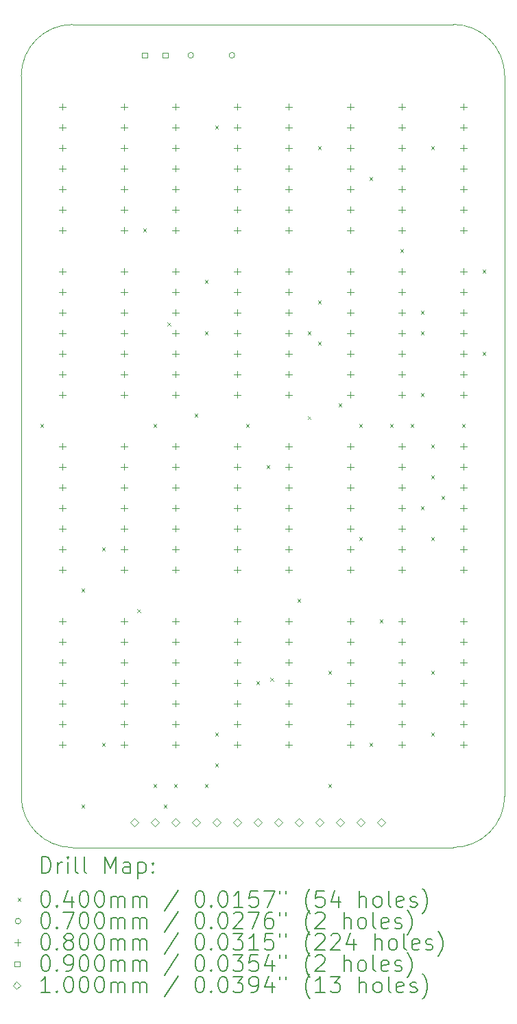
<source format=gbr>
%TF.GenerationSoftware,KiCad,Pcbnew,(6.0.9)*%
%TF.CreationDate,2025-06-18T12:23:47-04:00*%
%TF.ProjectId,Seven Segment Display,53657665-6e20-4536-9567-6d656e742044,2*%
%TF.SameCoordinates,Original*%
%TF.FileFunction,Drillmap*%
%TF.FilePolarity,Positive*%
%FSLAX45Y45*%
G04 Gerber Fmt 4.5, Leading zero omitted, Abs format (unit mm)*
G04 Created by KiCad (PCBNEW (6.0.9)) date 2025-06-18 12:23:47*
%MOMM*%
%LPD*%
G01*
G04 APERTURE LIST*
%ADD10C,0.100000*%
%ADD11C,0.200000*%
%ADD12C,0.040000*%
%ADD13C,0.070000*%
%ADD14C,0.080000*%
%ADD15C,0.090000*%
G04 APERTURE END LIST*
D10*
X10921500Y-3557000D02*
X10921500Y-12447000D01*
X11557000Y-2921000D02*
X16256000Y-2921000D01*
X16256000Y-13080751D02*
X11556500Y-13082000D01*
X16891000Y-3556000D02*
X16890750Y-12447000D01*
X11557000Y-2921000D02*
X11556500Y-2922000D01*
X16891000Y-3556000D02*
G75*
G03*
X16256000Y-2921000I-635000J0D01*
G01*
X11556500Y-2922000D02*
G75*
G03*
X10921500Y-3557000I0J-635000D01*
G01*
X10921500Y-12447000D02*
G75*
G03*
X11556500Y-13082000I635000J0D01*
G01*
X16256000Y-13080751D02*
G75*
G03*
X16890750Y-12447000I0J634751D01*
G01*
D11*
D12*
X11155500Y-7855000D02*
X11195500Y-7895000D01*
X11195500Y-7855000D02*
X11155500Y-7895000D01*
X11663500Y-9887000D02*
X11703500Y-9927000D01*
X11703500Y-9887000D02*
X11663500Y-9927000D01*
X11663500Y-12554000D02*
X11703500Y-12594000D01*
X11703500Y-12554000D02*
X11663500Y-12594000D01*
X11917500Y-9379000D02*
X11957500Y-9419000D01*
X11957500Y-9379000D02*
X11917500Y-9419000D01*
X11917500Y-11792000D02*
X11957500Y-11832000D01*
X11957500Y-11792000D02*
X11917500Y-11832000D01*
X12353050Y-10141000D02*
X12393050Y-10181000D01*
X12393050Y-10141000D02*
X12353050Y-10181000D01*
X12425500Y-5442000D02*
X12465500Y-5482000D01*
X12465500Y-5442000D02*
X12425500Y-5482000D01*
X12552500Y-7855000D02*
X12592500Y-7895000D01*
X12592500Y-7855000D02*
X12552500Y-7895000D01*
X12552500Y-12300000D02*
X12592500Y-12340000D01*
X12592500Y-12300000D02*
X12552500Y-12340000D01*
X12680000Y-12554000D02*
X12720000Y-12594000D01*
X12720000Y-12554000D02*
X12680000Y-12594000D01*
X12725199Y-6598307D02*
X12765199Y-6638307D01*
X12765199Y-6598307D02*
X12725199Y-6638307D01*
X12806500Y-12300000D02*
X12846500Y-12340000D01*
X12846500Y-12300000D02*
X12806500Y-12340000D01*
X13060500Y-7728000D02*
X13100500Y-7768000D01*
X13100500Y-7728000D02*
X13060500Y-7768000D01*
X13187500Y-6077000D02*
X13227500Y-6117000D01*
X13227500Y-6077000D02*
X13187500Y-6117000D01*
X13187500Y-6712000D02*
X13227500Y-6752000D01*
X13227500Y-6712000D02*
X13187500Y-6752000D01*
X13187500Y-12300000D02*
X13227500Y-12340000D01*
X13227500Y-12300000D02*
X13187500Y-12340000D01*
X13314500Y-4172000D02*
X13354500Y-4212000D01*
X13354500Y-4172000D02*
X13314500Y-4212000D01*
X13314500Y-11665000D02*
X13354500Y-11705000D01*
X13354500Y-11665000D02*
X13314500Y-11705000D01*
X13314500Y-12046000D02*
X13354500Y-12086000D01*
X13354500Y-12046000D02*
X13314500Y-12086000D01*
X13695500Y-7855000D02*
X13735500Y-7895000D01*
X13735500Y-7855000D02*
X13695500Y-7895000D01*
X13822500Y-11030000D02*
X13862500Y-11070000D01*
X13862500Y-11030000D02*
X13822500Y-11070000D01*
X13949500Y-8363000D02*
X13989500Y-8403000D01*
X13989500Y-8363000D02*
X13949500Y-8403000D01*
X13994500Y-10985000D02*
X14034500Y-11025000D01*
X14034500Y-10985000D02*
X13994500Y-11025000D01*
X14330500Y-10014000D02*
X14370500Y-10054000D01*
X14370500Y-10014000D02*
X14330500Y-10054000D01*
X14457500Y-6712000D02*
X14497500Y-6752000D01*
X14497500Y-6712000D02*
X14457500Y-6752000D01*
X14457500Y-7755450D02*
X14497500Y-7795450D01*
X14497500Y-7755450D02*
X14457500Y-7795450D01*
X14584500Y-4426000D02*
X14624500Y-4466000D01*
X14624500Y-4426000D02*
X14584500Y-4466000D01*
X14584500Y-6331000D02*
X14624500Y-6371000D01*
X14624500Y-6331000D02*
X14584500Y-6371000D01*
X14584500Y-6839000D02*
X14624500Y-6879000D01*
X14624500Y-6839000D02*
X14584500Y-6879000D01*
X14711500Y-10903000D02*
X14751500Y-10943000D01*
X14751500Y-10903000D02*
X14711500Y-10943000D01*
X14711500Y-12300000D02*
X14751500Y-12340000D01*
X14751500Y-12300000D02*
X14711500Y-12340000D01*
X14838500Y-7601000D02*
X14878500Y-7641000D01*
X14878500Y-7601000D02*
X14838500Y-7641000D01*
X15092500Y-7855000D02*
X15132500Y-7895000D01*
X15132500Y-7855000D02*
X15092500Y-7895000D01*
X15092500Y-9252000D02*
X15132500Y-9292000D01*
X15132500Y-9252000D02*
X15092500Y-9292000D01*
X15219500Y-4807000D02*
X15259500Y-4847000D01*
X15259500Y-4807000D02*
X15219500Y-4847000D01*
X15219500Y-11792000D02*
X15259500Y-11832000D01*
X15259500Y-11792000D02*
X15219500Y-11832000D01*
X15346500Y-10268000D02*
X15386500Y-10308000D01*
X15386500Y-10268000D02*
X15346500Y-10308000D01*
X15473500Y-7855000D02*
X15513500Y-7895000D01*
X15513500Y-7855000D02*
X15473500Y-7895000D01*
X15600500Y-5696000D02*
X15640500Y-5736000D01*
X15640500Y-5696000D02*
X15600500Y-5736000D01*
X15727500Y-7855000D02*
X15767500Y-7895000D01*
X15767500Y-7855000D02*
X15727500Y-7895000D01*
X15854500Y-6458000D02*
X15894500Y-6498000D01*
X15894500Y-6458000D02*
X15854500Y-6498000D01*
X15854500Y-8871000D02*
X15894500Y-8911000D01*
X15894500Y-8871000D02*
X15854500Y-8911000D01*
X15855000Y-6711000D02*
X15895000Y-6751000D01*
X15895000Y-6711000D02*
X15855000Y-6751000D01*
X15855000Y-7473000D02*
X15895000Y-7513000D01*
X15895000Y-7473000D02*
X15855000Y-7513000D01*
X15981500Y-4426000D02*
X16021500Y-4466000D01*
X16021500Y-4426000D02*
X15981500Y-4466000D01*
X15981500Y-8109000D02*
X16021500Y-8149000D01*
X16021500Y-8109000D02*
X15981500Y-8149000D01*
X15981500Y-8490000D02*
X16021500Y-8530000D01*
X16021500Y-8490000D02*
X15981500Y-8530000D01*
X15981500Y-9252000D02*
X16021500Y-9292000D01*
X16021500Y-9252000D02*
X15981500Y-9292000D01*
X15981500Y-11665000D02*
X16021500Y-11705000D01*
X16021500Y-11665000D02*
X15981500Y-11705000D01*
X15982000Y-10902000D02*
X16022000Y-10942000D01*
X16022000Y-10902000D02*
X15982000Y-10942000D01*
X16108500Y-8744000D02*
X16148500Y-8784000D01*
X16148500Y-8744000D02*
X16108500Y-8784000D01*
X16363000Y-7854000D02*
X16403000Y-7894000D01*
X16403000Y-7854000D02*
X16363000Y-7894000D01*
X16616500Y-6966000D02*
X16656500Y-7006000D01*
X16656500Y-6966000D02*
X16616500Y-7006000D01*
X16617000Y-5949000D02*
X16657000Y-5989000D01*
X16657000Y-5949000D02*
X16617000Y-5989000D01*
D13*
X13050000Y-3302000D02*
G75*
G03*
X13050000Y-3302000I-35000J0D01*
G01*
X13558000Y-3302000D02*
G75*
G03*
X13558000Y-3302000I-35000J0D01*
G01*
D14*
X11430500Y-3897500D02*
X11430500Y-3977500D01*
X11390500Y-3937500D02*
X11470500Y-3937500D01*
X11430500Y-4151500D02*
X11430500Y-4231500D01*
X11390500Y-4191500D02*
X11470500Y-4191500D01*
X11430500Y-4405500D02*
X11430500Y-4485500D01*
X11390500Y-4445500D02*
X11470500Y-4445500D01*
X11430500Y-4659500D02*
X11430500Y-4739500D01*
X11390500Y-4699500D02*
X11470500Y-4699500D01*
X11430500Y-4913500D02*
X11430500Y-4993500D01*
X11390500Y-4953500D02*
X11470500Y-4953500D01*
X11430500Y-5167500D02*
X11430500Y-5247500D01*
X11390500Y-5207500D02*
X11470500Y-5207500D01*
X11430500Y-5421500D02*
X11430500Y-5501500D01*
X11390500Y-5461500D02*
X11470500Y-5461500D01*
X11430500Y-5929500D02*
X11430500Y-6009500D01*
X11390500Y-5969500D02*
X11470500Y-5969500D01*
X11430500Y-6183500D02*
X11430500Y-6263500D01*
X11390500Y-6223500D02*
X11470500Y-6223500D01*
X11430500Y-6437500D02*
X11430500Y-6517500D01*
X11390500Y-6477500D02*
X11470500Y-6477500D01*
X11430500Y-6691500D02*
X11430500Y-6771500D01*
X11390500Y-6731500D02*
X11470500Y-6731500D01*
X11430500Y-6945500D02*
X11430500Y-7025500D01*
X11390500Y-6985500D02*
X11470500Y-6985500D01*
X11430500Y-7199500D02*
X11430500Y-7279500D01*
X11390500Y-7239500D02*
X11470500Y-7239500D01*
X11430500Y-7453500D02*
X11430500Y-7533500D01*
X11390500Y-7493500D02*
X11470500Y-7493500D01*
X11430500Y-8088500D02*
X11430500Y-8168500D01*
X11390500Y-8128500D02*
X11470500Y-8128500D01*
X11430500Y-8342500D02*
X11430500Y-8422500D01*
X11390500Y-8382500D02*
X11470500Y-8382500D01*
X11430500Y-8596500D02*
X11430500Y-8676500D01*
X11390500Y-8636500D02*
X11470500Y-8636500D01*
X11430500Y-8850500D02*
X11430500Y-8930500D01*
X11390500Y-8890500D02*
X11470500Y-8890500D01*
X11430500Y-9104500D02*
X11430500Y-9184500D01*
X11390500Y-9144500D02*
X11470500Y-9144500D01*
X11430500Y-9358500D02*
X11430500Y-9438500D01*
X11390500Y-9398500D02*
X11470500Y-9398500D01*
X11430500Y-9612500D02*
X11430500Y-9692500D01*
X11390500Y-9652500D02*
X11470500Y-9652500D01*
X11430500Y-10247500D02*
X11430500Y-10327500D01*
X11390500Y-10287500D02*
X11470500Y-10287500D01*
X11430500Y-10501500D02*
X11430500Y-10581500D01*
X11390500Y-10541500D02*
X11470500Y-10541500D01*
X11430500Y-10755500D02*
X11430500Y-10835500D01*
X11390500Y-10795500D02*
X11470500Y-10795500D01*
X11430500Y-11009500D02*
X11430500Y-11089500D01*
X11390500Y-11049500D02*
X11470500Y-11049500D01*
X11430500Y-11263500D02*
X11430500Y-11343500D01*
X11390500Y-11303500D02*
X11470500Y-11303500D01*
X11430500Y-11517500D02*
X11430500Y-11597500D01*
X11390500Y-11557500D02*
X11470500Y-11557500D01*
X11430500Y-11771500D02*
X11430500Y-11851500D01*
X11390500Y-11811500D02*
X11470500Y-11811500D01*
X12192500Y-3897500D02*
X12192500Y-3977500D01*
X12152500Y-3937500D02*
X12232500Y-3937500D01*
X12192500Y-4151500D02*
X12192500Y-4231500D01*
X12152500Y-4191500D02*
X12232500Y-4191500D01*
X12192500Y-4405500D02*
X12192500Y-4485500D01*
X12152500Y-4445500D02*
X12232500Y-4445500D01*
X12192500Y-4659500D02*
X12192500Y-4739500D01*
X12152500Y-4699500D02*
X12232500Y-4699500D01*
X12192500Y-4913500D02*
X12192500Y-4993500D01*
X12152500Y-4953500D02*
X12232500Y-4953500D01*
X12192500Y-5167500D02*
X12192500Y-5247500D01*
X12152500Y-5207500D02*
X12232500Y-5207500D01*
X12192500Y-5421500D02*
X12192500Y-5501500D01*
X12152500Y-5461500D02*
X12232500Y-5461500D01*
X12192500Y-5929500D02*
X12192500Y-6009500D01*
X12152500Y-5969500D02*
X12232500Y-5969500D01*
X12192500Y-6183500D02*
X12192500Y-6263500D01*
X12152500Y-6223500D02*
X12232500Y-6223500D01*
X12192500Y-6437500D02*
X12192500Y-6517500D01*
X12152500Y-6477500D02*
X12232500Y-6477500D01*
X12192500Y-6691500D02*
X12192500Y-6771500D01*
X12152500Y-6731500D02*
X12232500Y-6731500D01*
X12192500Y-6945500D02*
X12192500Y-7025500D01*
X12152500Y-6985500D02*
X12232500Y-6985500D01*
X12192500Y-7199500D02*
X12192500Y-7279500D01*
X12152500Y-7239500D02*
X12232500Y-7239500D01*
X12192500Y-7453500D02*
X12192500Y-7533500D01*
X12152500Y-7493500D02*
X12232500Y-7493500D01*
X12192500Y-8088500D02*
X12192500Y-8168500D01*
X12152500Y-8128500D02*
X12232500Y-8128500D01*
X12192500Y-8342500D02*
X12192500Y-8422500D01*
X12152500Y-8382500D02*
X12232500Y-8382500D01*
X12192500Y-8596500D02*
X12192500Y-8676500D01*
X12152500Y-8636500D02*
X12232500Y-8636500D01*
X12192500Y-8850500D02*
X12192500Y-8930500D01*
X12152500Y-8890500D02*
X12232500Y-8890500D01*
X12192500Y-9104500D02*
X12192500Y-9184500D01*
X12152500Y-9144500D02*
X12232500Y-9144500D01*
X12192500Y-9358500D02*
X12192500Y-9438500D01*
X12152500Y-9398500D02*
X12232500Y-9398500D01*
X12192500Y-9612500D02*
X12192500Y-9692500D01*
X12152500Y-9652500D02*
X12232500Y-9652500D01*
X12192500Y-10247500D02*
X12192500Y-10327500D01*
X12152500Y-10287500D02*
X12232500Y-10287500D01*
X12192500Y-10501500D02*
X12192500Y-10581500D01*
X12152500Y-10541500D02*
X12232500Y-10541500D01*
X12192500Y-10755500D02*
X12192500Y-10835500D01*
X12152500Y-10795500D02*
X12232500Y-10795500D01*
X12192500Y-11009500D02*
X12192500Y-11089500D01*
X12152500Y-11049500D02*
X12232500Y-11049500D01*
X12192500Y-11263500D02*
X12192500Y-11343500D01*
X12152500Y-11303500D02*
X12232500Y-11303500D01*
X12192500Y-11517500D02*
X12192500Y-11597500D01*
X12152500Y-11557500D02*
X12232500Y-11557500D01*
X12192500Y-11771500D02*
X12192500Y-11851500D01*
X12152500Y-11811500D02*
X12232500Y-11811500D01*
X12827500Y-3897500D02*
X12827500Y-3977500D01*
X12787500Y-3937500D02*
X12867500Y-3937500D01*
X12827500Y-4151500D02*
X12827500Y-4231500D01*
X12787500Y-4191500D02*
X12867500Y-4191500D01*
X12827500Y-4405500D02*
X12827500Y-4485500D01*
X12787500Y-4445500D02*
X12867500Y-4445500D01*
X12827500Y-4659500D02*
X12827500Y-4739500D01*
X12787500Y-4699500D02*
X12867500Y-4699500D01*
X12827500Y-4913500D02*
X12827500Y-4993500D01*
X12787500Y-4953500D02*
X12867500Y-4953500D01*
X12827500Y-5167500D02*
X12827500Y-5247500D01*
X12787500Y-5207500D02*
X12867500Y-5207500D01*
X12827500Y-5421500D02*
X12827500Y-5501500D01*
X12787500Y-5461500D02*
X12867500Y-5461500D01*
X12827500Y-5929500D02*
X12827500Y-6009500D01*
X12787500Y-5969500D02*
X12867500Y-5969500D01*
X12827500Y-6183500D02*
X12827500Y-6263500D01*
X12787500Y-6223500D02*
X12867500Y-6223500D01*
X12827500Y-6437500D02*
X12827500Y-6517500D01*
X12787500Y-6477500D02*
X12867500Y-6477500D01*
X12827500Y-6691500D02*
X12827500Y-6771500D01*
X12787500Y-6731500D02*
X12867500Y-6731500D01*
X12827500Y-6945500D02*
X12827500Y-7025500D01*
X12787500Y-6985500D02*
X12867500Y-6985500D01*
X12827500Y-7199500D02*
X12827500Y-7279500D01*
X12787500Y-7239500D02*
X12867500Y-7239500D01*
X12827500Y-7453500D02*
X12827500Y-7533500D01*
X12787500Y-7493500D02*
X12867500Y-7493500D01*
X12827500Y-8088500D02*
X12827500Y-8168500D01*
X12787500Y-8128500D02*
X12867500Y-8128500D01*
X12827500Y-8342500D02*
X12827500Y-8422500D01*
X12787500Y-8382500D02*
X12867500Y-8382500D01*
X12827500Y-8596500D02*
X12827500Y-8676500D01*
X12787500Y-8636500D02*
X12867500Y-8636500D01*
X12827500Y-8850500D02*
X12827500Y-8930500D01*
X12787500Y-8890500D02*
X12867500Y-8890500D01*
X12827500Y-9104500D02*
X12827500Y-9184500D01*
X12787500Y-9144500D02*
X12867500Y-9144500D01*
X12827500Y-9358500D02*
X12827500Y-9438500D01*
X12787500Y-9398500D02*
X12867500Y-9398500D01*
X12827500Y-9612500D02*
X12827500Y-9692500D01*
X12787500Y-9652500D02*
X12867500Y-9652500D01*
X12827500Y-10247500D02*
X12827500Y-10327500D01*
X12787500Y-10287500D02*
X12867500Y-10287500D01*
X12827500Y-10501500D02*
X12827500Y-10581500D01*
X12787500Y-10541500D02*
X12867500Y-10541500D01*
X12827500Y-10755500D02*
X12827500Y-10835500D01*
X12787500Y-10795500D02*
X12867500Y-10795500D01*
X12827500Y-11009500D02*
X12827500Y-11089500D01*
X12787500Y-11049500D02*
X12867500Y-11049500D01*
X12827500Y-11263500D02*
X12827500Y-11343500D01*
X12787500Y-11303500D02*
X12867500Y-11303500D01*
X12827500Y-11517500D02*
X12827500Y-11597500D01*
X12787500Y-11557500D02*
X12867500Y-11557500D01*
X12827500Y-11771500D02*
X12827500Y-11851500D01*
X12787500Y-11811500D02*
X12867500Y-11811500D01*
X13589500Y-3897500D02*
X13589500Y-3977500D01*
X13549500Y-3937500D02*
X13629500Y-3937500D01*
X13589500Y-4151500D02*
X13589500Y-4231500D01*
X13549500Y-4191500D02*
X13629500Y-4191500D01*
X13589500Y-4405500D02*
X13589500Y-4485500D01*
X13549500Y-4445500D02*
X13629500Y-4445500D01*
X13589500Y-4659500D02*
X13589500Y-4739500D01*
X13549500Y-4699500D02*
X13629500Y-4699500D01*
X13589500Y-4913500D02*
X13589500Y-4993500D01*
X13549500Y-4953500D02*
X13629500Y-4953500D01*
X13589500Y-5167500D02*
X13589500Y-5247500D01*
X13549500Y-5207500D02*
X13629500Y-5207500D01*
X13589500Y-5421500D02*
X13589500Y-5501500D01*
X13549500Y-5461500D02*
X13629500Y-5461500D01*
X13589500Y-5929500D02*
X13589500Y-6009500D01*
X13549500Y-5969500D02*
X13629500Y-5969500D01*
X13589500Y-6183500D02*
X13589500Y-6263500D01*
X13549500Y-6223500D02*
X13629500Y-6223500D01*
X13589500Y-6437500D02*
X13589500Y-6517500D01*
X13549500Y-6477500D02*
X13629500Y-6477500D01*
X13589500Y-6691500D02*
X13589500Y-6771500D01*
X13549500Y-6731500D02*
X13629500Y-6731500D01*
X13589500Y-6945500D02*
X13589500Y-7025500D01*
X13549500Y-6985500D02*
X13629500Y-6985500D01*
X13589500Y-7199500D02*
X13589500Y-7279500D01*
X13549500Y-7239500D02*
X13629500Y-7239500D01*
X13589500Y-7453500D02*
X13589500Y-7533500D01*
X13549500Y-7493500D02*
X13629500Y-7493500D01*
X13589500Y-8088500D02*
X13589500Y-8168500D01*
X13549500Y-8128500D02*
X13629500Y-8128500D01*
X13589500Y-8342500D02*
X13589500Y-8422500D01*
X13549500Y-8382500D02*
X13629500Y-8382500D01*
X13589500Y-8596500D02*
X13589500Y-8676500D01*
X13549500Y-8636500D02*
X13629500Y-8636500D01*
X13589500Y-8850500D02*
X13589500Y-8930500D01*
X13549500Y-8890500D02*
X13629500Y-8890500D01*
X13589500Y-9104500D02*
X13589500Y-9184500D01*
X13549500Y-9144500D02*
X13629500Y-9144500D01*
X13589500Y-9358500D02*
X13589500Y-9438500D01*
X13549500Y-9398500D02*
X13629500Y-9398500D01*
X13589500Y-9612500D02*
X13589500Y-9692500D01*
X13549500Y-9652500D02*
X13629500Y-9652500D01*
X13589500Y-10247500D02*
X13589500Y-10327500D01*
X13549500Y-10287500D02*
X13629500Y-10287500D01*
X13589500Y-10501500D02*
X13589500Y-10581500D01*
X13549500Y-10541500D02*
X13629500Y-10541500D01*
X13589500Y-10755500D02*
X13589500Y-10835500D01*
X13549500Y-10795500D02*
X13629500Y-10795500D01*
X13589500Y-11009500D02*
X13589500Y-11089500D01*
X13549500Y-11049500D02*
X13629500Y-11049500D01*
X13589500Y-11263500D02*
X13589500Y-11343500D01*
X13549500Y-11303500D02*
X13629500Y-11303500D01*
X13589500Y-11517500D02*
X13589500Y-11597500D01*
X13549500Y-11557500D02*
X13629500Y-11557500D01*
X13589500Y-11771500D02*
X13589500Y-11851500D01*
X13549500Y-11811500D02*
X13629500Y-11811500D01*
X14224500Y-3897500D02*
X14224500Y-3977500D01*
X14184500Y-3937500D02*
X14264500Y-3937500D01*
X14224500Y-4151500D02*
X14224500Y-4231500D01*
X14184500Y-4191500D02*
X14264500Y-4191500D01*
X14224500Y-4405500D02*
X14224500Y-4485500D01*
X14184500Y-4445500D02*
X14264500Y-4445500D01*
X14224500Y-4659500D02*
X14224500Y-4739500D01*
X14184500Y-4699500D02*
X14264500Y-4699500D01*
X14224500Y-4913500D02*
X14224500Y-4993500D01*
X14184500Y-4953500D02*
X14264500Y-4953500D01*
X14224500Y-5167500D02*
X14224500Y-5247500D01*
X14184500Y-5207500D02*
X14264500Y-5207500D01*
X14224500Y-5421500D02*
X14224500Y-5501500D01*
X14184500Y-5461500D02*
X14264500Y-5461500D01*
X14224500Y-5929500D02*
X14224500Y-6009500D01*
X14184500Y-5969500D02*
X14264500Y-5969500D01*
X14224500Y-6183500D02*
X14224500Y-6263500D01*
X14184500Y-6223500D02*
X14264500Y-6223500D01*
X14224500Y-6437500D02*
X14224500Y-6517500D01*
X14184500Y-6477500D02*
X14264500Y-6477500D01*
X14224500Y-6691500D02*
X14224500Y-6771500D01*
X14184500Y-6731500D02*
X14264500Y-6731500D01*
X14224500Y-6945500D02*
X14224500Y-7025500D01*
X14184500Y-6985500D02*
X14264500Y-6985500D01*
X14224500Y-7199500D02*
X14224500Y-7279500D01*
X14184500Y-7239500D02*
X14264500Y-7239500D01*
X14224500Y-7453500D02*
X14224500Y-7533500D01*
X14184500Y-7493500D02*
X14264500Y-7493500D01*
X14224500Y-8088500D02*
X14224500Y-8168500D01*
X14184500Y-8128500D02*
X14264500Y-8128500D01*
X14224500Y-8342500D02*
X14224500Y-8422500D01*
X14184500Y-8382500D02*
X14264500Y-8382500D01*
X14224500Y-8596500D02*
X14224500Y-8676500D01*
X14184500Y-8636500D02*
X14264500Y-8636500D01*
X14224500Y-8850500D02*
X14224500Y-8930500D01*
X14184500Y-8890500D02*
X14264500Y-8890500D01*
X14224500Y-9104500D02*
X14224500Y-9184500D01*
X14184500Y-9144500D02*
X14264500Y-9144500D01*
X14224500Y-9358500D02*
X14224500Y-9438500D01*
X14184500Y-9398500D02*
X14264500Y-9398500D01*
X14224500Y-9612500D02*
X14224500Y-9692500D01*
X14184500Y-9652500D02*
X14264500Y-9652500D01*
X14224500Y-10247500D02*
X14224500Y-10327500D01*
X14184500Y-10287500D02*
X14264500Y-10287500D01*
X14224500Y-10501500D02*
X14224500Y-10581500D01*
X14184500Y-10541500D02*
X14264500Y-10541500D01*
X14224500Y-10755500D02*
X14224500Y-10835500D01*
X14184500Y-10795500D02*
X14264500Y-10795500D01*
X14224500Y-11009500D02*
X14224500Y-11089500D01*
X14184500Y-11049500D02*
X14264500Y-11049500D01*
X14224500Y-11263500D02*
X14224500Y-11343500D01*
X14184500Y-11303500D02*
X14264500Y-11303500D01*
X14224500Y-11517500D02*
X14224500Y-11597500D01*
X14184500Y-11557500D02*
X14264500Y-11557500D01*
X14224500Y-11771500D02*
X14224500Y-11851500D01*
X14184500Y-11811500D02*
X14264500Y-11811500D01*
X14986500Y-3897500D02*
X14986500Y-3977500D01*
X14946500Y-3937500D02*
X15026500Y-3937500D01*
X14986500Y-4151500D02*
X14986500Y-4231500D01*
X14946500Y-4191500D02*
X15026500Y-4191500D01*
X14986500Y-4405500D02*
X14986500Y-4485500D01*
X14946500Y-4445500D02*
X15026500Y-4445500D01*
X14986500Y-4659500D02*
X14986500Y-4739500D01*
X14946500Y-4699500D02*
X15026500Y-4699500D01*
X14986500Y-4913500D02*
X14986500Y-4993500D01*
X14946500Y-4953500D02*
X15026500Y-4953500D01*
X14986500Y-5167500D02*
X14986500Y-5247500D01*
X14946500Y-5207500D02*
X15026500Y-5207500D01*
X14986500Y-5421500D02*
X14986500Y-5501500D01*
X14946500Y-5461500D02*
X15026500Y-5461500D01*
X14986500Y-5929500D02*
X14986500Y-6009500D01*
X14946500Y-5969500D02*
X15026500Y-5969500D01*
X14986500Y-6183500D02*
X14986500Y-6263500D01*
X14946500Y-6223500D02*
X15026500Y-6223500D01*
X14986500Y-6437500D02*
X14986500Y-6517500D01*
X14946500Y-6477500D02*
X15026500Y-6477500D01*
X14986500Y-6691500D02*
X14986500Y-6771500D01*
X14946500Y-6731500D02*
X15026500Y-6731500D01*
X14986500Y-6945500D02*
X14986500Y-7025500D01*
X14946500Y-6985500D02*
X15026500Y-6985500D01*
X14986500Y-7199500D02*
X14986500Y-7279500D01*
X14946500Y-7239500D02*
X15026500Y-7239500D01*
X14986500Y-7453500D02*
X14986500Y-7533500D01*
X14946500Y-7493500D02*
X15026500Y-7493500D01*
X14986500Y-8088500D02*
X14986500Y-8168500D01*
X14946500Y-8128500D02*
X15026500Y-8128500D01*
X14986500Y-8342500D02*
X14986500Y-8422500D01*
X14946500Y-8382500D02*
X15026500Y-8382500D01*
X14986500Y-8596500D02*
X14986500Y-8676500D01*
X14946500Y-8636500D02*
X15026500Y-8636500D01*
X14986500Y-8850500D02*
X14986500Y-8930500D01*
X14946500Y-8890500D02*
X15026500Y-8890500D01*
X14986500Y-9104500D02*
X14986500Y-9184500D01*
X14946500Y-9144500D02*
X15026500Y-9144500D01*
X14986500Y-9358500D02*
X14986500Y-9438500D01*
X14946500Y-9398500D02*
X15026500Y-9398500D01*
X14986500Y-9612500D02*
X14986500Y-9692500D01*
X14946500Y-9652500D02*
X15026500Y-9652500D01*
X14986500Y-10247500D02*
X14986500Y-10327500D01*
X14946500Y-10287500D02*
X15026500Y-10287500D01*
X14986500Y-10501500D02*
X14986500Y-10581500D01*
X14946500Y-10541500D02*
X15026500Y-10541500D01*
X14986500Y-10755500D02*
X14986500Y-10835500D01*
X14946500Y-10795500D02*
X15026500Y-10795500D01*
X14986500Y-11009500D02*
X14986500Y-11089500D01*
X14946500Y-11049500D02*
X15026500Y-11049500D01*
X14986500Y-11263500D02*
X14986500Y-11343500D01*
X14946500Y-11303500D02*
X15026500Y-11303500D01*
X14986500Y-11517500D02*
X14986500Y-11597500D01*
X14946500Y-11557500D02*
X15026500Y-11557500D01*
X14986500Y-11771500D02*
X14986500Y-11851500D01*
X14946500Y-11811500D02*
X15026500Y-11811500D01*
X15620500Y-3897500D02*
X15620500Y-3977500D01*
X15580500Y-3937500D02*
X15660500Y-3937500D01*
X15620500Y-4151500D02*
X15620500Y-4231500D01*
X15580500Y-4191500D02*
X15660500Y-4191500D01*
X15620500Y-4405500D02*
X15620500Y-4485500D01*
X15580500Y-4445500D02*
X15660500Y-4445500D01*
X15620500Y-4659500D02*
X15620500Y-4739500D01*
X15580500Y-4699500D02*
X15660500Y-4699500D01*
X15620500Y-4913500D02*
X15620500Y-4993500D01*
X15580500Y-4953500D02*
X15660500Y-4953500D01*
X15620500Y-5167500D02*
X15620500Y-5247500D01*
X15580500Y-5207500D02*
X15660500Y-5207500D01*
X15620500Y-5421500D02*
X15620500Y-5501500D01*
X15580500Y-5461500D02*
X15660500Y-5461500D01*
X15621500Y-5929500D02*
X15621500Y-6009500D01*
X15581500Y-5969500D02*
X15661500Y-5969500D01*
X15621500Y-6183500D02*
X15621500Y-6263500D01*
X15581500Y-6223500D02*
X15661500Y-6223500D01*
X15621500Y-6437500D02*
X15621500Y-6517500D01*
X15581500Y-6477500D02*
X15661500Y-6477500D01*
X15621500Y-6691500D02*
X15621500Y-6771500D01*
X15581500Y-6731500D02*
X15661500Y-6731500D01*
X15621500Y-6945500D02*
X15621500Y-7025500D01*
X15581500Y-6985500D02*
X15661500Y-6985500D01*
X15621500Y-7199500D02*
X15621500Y-7279500D01*
X15581500Y-7239500D02*
X15661500Y-7239500D01*
X15621500Y-7453500D02*
X15621500Y-7533500D01*
X15581500Y-7493500D02*
X15661500Y-7493500D01*
X15621500Y-8088500D02*
X15621500Y-8168500D01*
X15581500Y-8128500D02*
X15661500Y-8128500D01*
X15621500Y-8342500D02*
X15621500Y-8422500D01*
X15581500Y-8382500D02*
X15661500Y-8382500D01*
X15621500Y-8596500D02*
X15621500Y-8676500D01*
X15581500Y-8636500D02*
X15661500Y-8636500D01*
X15621500Y-8850500D02*
X15621500Y-8930500D01*
X15581500Y-8890500D02*
X15661500Y-8890500D01*
X15621500Y-9104500D02*
X15621500Y-9184500D01*
X15581500Y-9144500D02*
X15661500Y-9144500D01*
X15621500Y-9358500D02*
X15621500Y-9438500D01*
X15581500Y-9398500D02*
X15661500Y-9398500D01*
X15621500Y-9612500D02*
X15621500Y-9692500D01*
X15581500Y-9652500D02*
X15661500Y-9652500D01*
X15621500Y-10247500D02*
X15621500Y-10327500D01*
X15581500Y-10287500D02*
X15661500Y-10287500D01*
X15621500Y-10501500D02*
X15621500Y-10581500D01*
X15581500Y-10541500D02*
X15661500Y-10541500D01*
X15621500Y-10755500D02*
X15621500Y-10835500D01*
X15581500Y-10795500D02*
X15661500Y-10795500D01*
X15621500Y-11009500D02*
X15621500Y-11089500D01*
X15581500Y-11049500D02*
X15661500Y-11049500D01*
X15621500Y-11263500D02*
X15621500Y-11343500D01*
X15581500Y-11303500D02*
X15661500Y-11303500D01*
X15621500Y-11517500D02*
X15621500Y-11597500D01*
X15581500Y-11557500D02*
X15661500Y-11557500D01*
X15621500Y-11771500D02*
X15621500Y-11851500D01*
X15581500Y-11811500D02*
X15661500Y-11811500D01*
X16382500Y-3897500D02*
X16382500Y-3977500D01*
X16342500Y-3937500D02*
X16422500Y-3937500D01*
X16382500Y-4151500D02*
X16382500Y-4231500D01*
X16342500Y-4191500D02*
X16422500Y-4191500D01*
X16382500Y-4405500D02*
X16382500Y-4485500D01*
X16342500Y-4445500D02*
X16422500Y-4445500D01*
X16382500Y-4659500D02*
X16382500Y-4739500D01*
X16342500Y-4699500D02*
X16422500Y-4699500D01*
X16382500Y-4913500D02*
X16382500Y-4993500D01*
X16342500Y-4953500D02*
X16422500Y-4953500D01*
X16382500Y-5167500D02*
X16382500Y-5247500D01*
X16342500Y-5207500D02*
X16422500Y-5207500D01*
X16382500Y-5421500D02*
X16382500Y-5501500D01*
X16342500Y-5461500D02*
X16422500Y-5461500D01*
X16383500Y-5929500D02*
X16383500Y-6009500D01*
X16343500Y-5969500D02*
X16423500Y-5969500D01*
X16383500Y-6183500D02*
X16383500Y-6263500D01*
X16343500Y-6223500D02*
X16423500Y-6223500D01*
X16383500Y-6437500D02*
X16383500Y-6517500D01*
X16343500Y-6477500D02*
X16423500Y-6477500D01*
X16383500Y-6691500D02*
X16383500Y-6771500D01*
X16343500Y-6731500D02*
X16423500Y-6731500D01*
X16383500Y-6945500D02*
X16383500Y-7025500D01*
X16343500Y-6985500D02*
X16423500Y-6985500D01*
X16383500Y-7199500D02*
X16383500Y-7279500D01*
X16343500Y-7239500D02*
X16423500Y-7239500D01*
X16383500Y-7453500D02*
X16383500Y-7533500D01*
X16343500Y-7493500D02*
X16423500Y-7493500D01*
X16383500Y-8088500D02*
X16383500Y-8168500D01*
X16343500Y-8128500D02*
X16423500Y-8128500D01*
X16383500Y-8342500D02*
X16383500Y-8422500D01*
X16343500Y-8382500D02*
X16423500Y-8382500D01*
X16383500Y-8596500D02*
X16383500Y-8676500D01*
X16343500Y-8636500D02*
X16423500Y-8636500D01*
X16383500Y-8850500D02*
X16383500Y-8930500D01*
X16343500Y-8890500D02*
X16423500Y-8890500D01*
X16383500Y-9104500D02*
X16383500Y-9184500D01*
X16343500Y-9144500D02*
X16423500Y-9144500D01*
X16383500Y-9358500D02*
X16383500Y-9438500D01*
X16343500Y-9398500D02*
X16423500Y-9398500D01*
X16383500Y-9612500D02*
X16383500Y-9692500D01*
X16343500Y-9652500D02*
X16423500Y-9652500D01*
X16383500Y-10247500D02*
X16383500Y-10327500D01*
X16343500Y-10287500D02*
X16423500Y-10287500D01*
X16383500Y-10501500D02*
X16383500Y-10581500D01*
X16343500Y-10541500D02*
X16423500Y-10541500D01*
X16383500Y-10755500D02*
X16383500Y-10835500D01*
X16343500Y-10795500D02*
X16423500Y-10795500D01*
X16383500Y-11009500D02*
X16383500Y-11089500D01*
X16343500Y-11049500D02*
X16423500Y-11049500D01*
X16383500Y-11263500D02*
X16383500Y-11343500D01*
X16343500Y-11303500D02*
X16423500Y-11303500D01*
X16383500Y-11517500D02*
X16383500Y-11597500D01*
X16343500Y-11557500D02*
X16423500Y-11557500D01*
X16383500Y-11771500D02*
X16383500Y-11851500D01*
X16343500Y-11811500D02*
X16423500Y-11811500D01*
D15*
X12477820Y-3333820D02*
X12477820Y-3270180D01*
X12414180Y-3270180D01*
X12414180Y-3333820D01*
X12477820Y-3333820D01*
X12731820Y-3333820D02*
X12731820Y-3270180D01*
X12668180Y-3270180D01*
X12668180Y-3333820D01*
X12731820Y-3333820D01*
D10*
X12318500Y-12820500D02*
X12368500Y-12770500D01*
X12318500Y-12720500D01*
X12268500Y-12770500D01*
X12318500Y-12820500D01*
X12572500Y-12820500D02*
X12622500Y-12770500D01*
X12572500Y-12720500D01*
X12522500Y-12770500D01*
X12572500Y-12820500D01*
X12826500Y-12820500D02*
X12876500Y-12770500D01*
X12826500Y-12720500D01*
X12776500Y-12770500D01*
X12826500Y-12820500D01*
X13080500Y-12820500D02*
X13130500Y-12770500D01*
X13080500Y-12720500D01*
X13030500Y-12770500D01*
X13080500Y-12820500D01*
X13334500Y-12820500D02*
X13384500Y-12770500D01*
X13334500Y-12720500D01*
X13284500Y-12770500D01*
X13334500Y-12820500D01*
X13588500Y-12820500D02*
X13638500Y-12770500D01*
X13588500Y-12720500D01*
X13538500Y-12770500D01*
X13588500Y-12820500D01*
X13842500Y-12820500D02*
X13892500Y-12770500D01*
X13842500Y-12720500D01*
X13792500Y-12770500D01*
X13842500Y-12820500D01*
X14096500Y-12820500D02*
X14146500Y-12770500D01*
X14096500Y-12720500D01*
X14046500Y-12770500D01*
X14096500Y-12820500D01*
X14350500Y-12820500D02*
X14400500Y-12770500D01*
X14350500Y-12720500D01*
X14300500Y-12770500D01*
X14350500Y-12820500D01*
X14604500Y-12820500D02*
X14654500Y-12770500D01*
X14604500Y-12720500D01*
X14554500Y-12770500D01*
X14604500Y-12820500D01*
X14858500Y-12820500D02*
X14908500Y-12770500D01*
X14858500Y-12720500D01*
X14808500Y-12770500D01*
X14858500Y-12820500D01*
X15112500Y-12820500D02*
X15162500Y-12770500D01*
X15112500Y-12720500D01*
X15062500Y-12770500D01*
X15112500Y-12820500D01*
X15366500Y-12820500D02*
X15416500Y-12770500D01*
X15366500Y-12720500D01*
X15316500Y-12770500D01*
X15366500Y-12820500D01*
D11*
X11174119Y-13397476D02*
X11174119Y-13197476D01*
X11221738Y-13197476D01*
X11250309Y-13207000D01*
X11269357Y-13226048D01*
X11278881Y-13245095D01*
X11288405Y-13283190D01*
X11288405Y-13311762D01*
X11278881Y-13349857D01*
X11269357Y-13368905D01*
X11250309Y-13387952D01*
X11221738Y-13397476D01*
X11174119Y-13397476D01*
X11374119Y-13397476D02*
X11374119Y-13264143D01*
X11374119Y-13302238D02*
X11383643Y-13283190D01*
X11393167Y-13273667D01*
X11412214Y-13264143D01*
X11431262Y-13264143D01*
X11497928Y-13397476D02*
X11497928Y-13264143D01*
X11497928Y-13197476D02*
X11488405Y-13207000D01*
X11497928Y-13216524D01*
X11507452Y-13207000D01*
X11497928Y-13197476D01*
X11497928Y-13216524D01*
X11621738Y-13397476D02*
X11602690Y-13387952D01*
X11593167Y-13368905D01*
X11593167Y-13197476D01*
X11726500Y-13397476D02*
X11707452Y-13387952D01*
X11697928Y-13368905D01*
X11697928Y-13197476D01*
X11955071Y-13397476D02*
X11955071Y-13197476D01*
X12021738Y-13340333D01*
X12088405Y-13197476D01*
X12088405Y-13397476D01*
X12269357Y-13397476D02*
X12269357Y-13292714D01*
X12259833Y-13273667D01*
X12240786Y-13264143D01*
X12202690Y-13264143D01*
X12183643Y-13273667D01*
X12269357Y-13387952D02*
X12250309Y-13397476D01*
X12202690Y-13397476D01*
X12183643Y-13387952D01*
X12174119Y-13368905D01*
X12174119Y-13349857D01*
X12183643Y-13330809D01*
X12202690Y-13321286D01*
X12250309Y-13321286D01*
X12269357Y-13311762D01*
X12364595Y-13264143D02*
X12364595Y-13464143D01*
X12364595Y-13273667D02*
X12383643Y-13264143D01*
X12421738Y-13264143D01*
X12440786Y-13273667D01*
X12450309Y-13283190D01*
X12459833Y-13302238D01*
X12459833Y-13359381D01*
X12450309Y-13378428D01*
X12440786Y-13387952D01*
X12421738Y-13397476D01*
X12383643Y-13397476D01*
X12364595Y-13387952D01*
X12545548Y-13378428D02*
X12555071Y-13387952D01*
X12545548Y-13397476D01*
X12536024Y-13387952D01*
X12545548Y-13378428D01*
X12545548Y-13397476D01*
X12545548Y-13273667D02*
X12555071Y-13283190D01*
X12545548Y-13292714D01*
X12536024Y-13283190D01*
X12545548Y-13273667D01*
X12545548Y-13292714D01*
D12*
X10876500Y-13707000D02*
X10916500Y-13747000D01*
X10916500Y-13707000D02*
X10876500Y-13747000D01*
D11*
X11212214Y-13617476D02*
X11231262Y-13617476D01*
X11250309Y-13627000D01*
X11259833Y-13636524D01*
X11269357Y-13655571D01*
X11278881Y-13693667D01*
X11278881Y-13741286D01*
X11269357Y-13779381D01*
X11259833Y-13798428D01*
X11250309Y-13807952D01*
X11231262Y-13817476D01*
X11212214Y-13817476D01*
X11193167Y-13807952D01*
X11183643Y-13798428D01*
X11174119Y-13779381D01*
X11164595Y-13741286D01*
X11164595Y-13693667D01*
X11174119Y-13655571D01*
X11183643Y-13636524D01*
X11193167Y-13627000D01*
X11212214Y-13617476D01*
X11364595Y-13798428D02*
X11374119Y-13807952D01*
X11364595Y-13817476D01*
X11355071Y-13807952D01*
X11364595Y-13798428D01*
X11364595Y-13817476D01*
X11545548Y-13684143D02*
X11545548Y-13817476D01*
X11497928Y-13607952D02*
X11450309Y-13750809D01*
X11574119Y-13750809D01*
X11688405Y-13617476D02*
X11707452Y-13617476D01*
X11726500Y-13627000D01*
X11736024Y-13636524D01*
X11745548Y-13655571D01*
X11755071Y-13693667D01*
X11755071Y-13741286D01*
X11745548Y-13779381D01*
X11736024Y-13798428D01*
X11726500Y-13807952D01*
X11707452Y-13817476D01*
X11688405Y-13817476D01*
X11669357Y-13807952D01*
X11659833Y-13798428D01*
X11650309Y-13779381D01*
X11640786Y-13741286D01*
X11640786Y-13693667D01*
X11650309Y-13655571D01*
X11659833Y-13636524D01*
X11669357Y-13627000D01*
X11688405Y-13617476D01*
X11878881Y-13617476D02*
X11897928Y-13617476D01*
X11916976Y-13627000D01*
X11926500Y-13636524D01*
X11936024Y-13655571D01*
X11945548Y-13693667D01*
X11945548Y-13741286D01*
X11936024Y-13779381D01*
X11926500Y-13798428D01*
X11916976Y-13807952D01*
X11897928Y-13817476D01*
X11878881Y-13817476D01*
X11859833Y-13807952D01*
X11850309Y-13798428D01*
X11840786Y-13779381D01*
X11831262Y-13741286D01*
X11831262Y-13693667D01*
X11840786Y-13655571D01*
X11850309Y-13636524D01*
X11859833Y-13627000D01*
X11878881Y-13617476D01*
X12031262Y-13817476D02*
X12031262Y-13684143D01*
X12031262Y-13703190D02*
X12040786Y-13693667D01*
X12059833Y-13684143D01*
X12088405Y-13684143D01*
X12107452Y-13693667D01*
X12116976Y-13712714D01*
X12116976Y-13817476D01*
X12116976Y-13712714D02*
X12126500Y-13693667D01*
X12145548Y-13684143D01*
X12174119Y-13684143D01*
X12193167Y-13693667D01*
X12202690Y-13712714D01*
X12202690Y-13817476D01*
X12297928Y-13817476D02*
X12297928Y-13684143D01*
X12297928Y-13703190D02*
X12307452Y-13693667D01*
X12326500Y-13684143D01*
X12355071Y-13684143D01*
X12374119Y-13693667D01*
X12383643Y-13712714D01*
X12383643Y-13817476D01*
X12383643Y-13712714D02*
X12393167Y-13693667D01*
X12412214Y-13684143D01*
X12440786Y-13684143D01*
X12459833Y-13693667D01*
X12469357Y-13712714D01*
X12469357Y-13817476D01*
X12859833Y-13607952D02*
X12688405Y-13865095D01*
X13116976Y-13617476D02*
X13136024Y-13617476D01*
X13155071Y-13627000D01*
X13164595Y-13636524D01*
X13174119Y-13655571D01*
X13183643Y-13693667D01*
X13183643Y-13741286D01*
X13174119Y-13779381D01*
X13164595Y-13798428D01*
X13155071Y-13807952D01*
X13136024Y-13817476D01*
X13116976Y-13817476D01*
X13097928Y-13807952D01*
X13088405Y-13798428D01*
X13078881Y-13779381D01*
X13069357Y-13741286D01*
X13069357Y-13693667D01*
X13078881Y-13655571D01*
X13088405Y-13636524D01*
X13097928Y-13627000D01*
X13116976Y-13617476D01*
X13269357Y-13798428D02*
X13278881Y-13807952D01*
X13269357Y-13817476D01*
X13259833Y-13807952D01*
X13269357Y-13798428D01*
X13269357Y-13817476D01*
X13402690Y-13617476D02*
X13421738Y-13617476D01*
X13440786Y-13627000D01*
X13450309Y-13636524D01*
X13459833Y-13655571D01*
X13469357Y-13693667D01*
X13469357Y-13741286D01*
X13459833Y-13779381D01*
X13450309Y-13798428D01*
X13440786Y-13807952D01*
X13421738Y-13817476D01*
X13402690Y-13817476D01*
X13383643Y-13807952D01*
X13374119Y-13798428D01*
X13364595Y-13779381D01*
X13355071Y-13741286D01*
X13355071Y-13693667D01*
X13364595Y-13655571D01*
X13374119Y-13636524D01*
X13383643Y-13627000D01*
X13402690Y-13617476D01*
X13659833Y-13817476D02*
X13545548Y-13817476D01*
X13602690Y-13817476D02*
X13602690Y-13617476D01*
X13583643Y-13646048D01*
X13564595Y-13665095D01*
X13545548Y-13674619D01*
X13840786Y-13617476D02*
X13745548Y-13617476D01*
X13736024Y-13712714D01*
X13745548Y-13703190D01*
X13764595Y-13693667D01*
X13812214Y-13693667D01*
X13831262Y-13703190D01*
X13840786Y-13712714D01*
X13850309Y-13731762D01*
X13850309Y-13779381D01*
X13840786Y-13798428D01*
X13831262Y-13807952D01*
X13812214Y-13817476D01*
X13764595Y-13817476D01*
X13745548Y-13807952D01*
X13736024Y-13798428D01*
X13916976Y-13617476D02*
X14050309Y-13617476D01*
X13964595Y-13817476D01*
X14116976Y-13617476D02*
X14116976Y-13655571D01*
X14193167Y-13617476D02*
X14193167Y-13655571D01*
X14488405Y-13893667D02*
X14478881Y-13884143D01*
X14459833Y-13855571D01*
X14450309Y-13836524D01*
X14440786Y-13807952D01*
X14431262Y-13760333D01*
X14431262Y-13722238D01*
X14440786Y-13674619D01*
X14450309Y-13646048D01*
X14459833Y-13627000D01*
X14478881Y-13598428D01*
X14488405Y-13588905D01*
X14659833Y-13617476D02*
X14564595Y-13617476D01*
X14555071Y-13712714D01*
X14564595Y-13703190D01*
X14583643Y-13693667D01*
X14631262Y-13693667D01*
X14650309Y-13703190D01*
X14659833Y-13712714D01*
X14669357Y-13731762D01*
X14669357Y-13779381D01*
X14659833Y-13798428D01*
X14650309Y-13807952D01*
X14631262Y-13817476D01*
X14583643Y-13817476D01*
X14564595Y-13807952D01*
X14555071Y-13798428D01*
X14840786Y-13684143D02*
X14840786Y-13817476D01*
X14793167Y-13607952D02*
X14745548Y-13750809D01*
X14869357Y-13750809D01*
X15097928Y-13817476D02*
X15097928Y-13617476D01*
X15183643Y-13817476D02*
X15183643Y-13712714D01*
X15174119Y-13693667D01*
X15155071Y-13684143D01*
X15126500Y-13684143D01*
X15107452Y-13693667D01*
X15097928Y-13703190D01*
X15307452Y-13817476D02*
X15288405Y-13807952D01*
X15278881Y-13798428D01*
X15269357Y-13779381D01*
X15269357Y-13722238D01*
X15278881Y-13703190D01*
X15288405Y-13693667D01*
X15307452Y-13684143D01*
X15336024Y-13684143D01*
X15355071Y-13693667D01*
X15364595Y-13703190D01*
X15374119Y-13722238D01*
X15374119Y-13779381D01*
X15364595Y-13798428D01*
X15355071Y-13807952D01*
X15336024Y-13817476D01*
X15307452Y-13817476D01*
X15488405Y-13817476D02*
X15469357Y-13807952D01*
X15459833Y-13788905D01*
X15459833Y-13617476D01*
X15640786Y-13807952D02*
X15621738Y-13817476D01*
X15583643Y-13817476D01*
X15564595Y-13807952D01*
X15555071Y-13788905D01*
X15555071Y-13712714D01*
X15564595Y-13693667D01*
X15583643Y-13684143D01*
X15621738Y-13684143D01*
X15640786Y-13693667D01*
X15650309Y-13712714D01*
X15650309Y-13731762D01*
X15555071Y-13750809D01*
X15726500Y-13807952D02*
X15745548Y-13817476D01*
X15783643Y-13817476D01*
X15802690Y-13807952D01*
X15812214Y-13788905D01*
X15812214Y-13779381D01*
X15802690Y-13760333D01*
X15783643Y-13750809D01*
X15755071Y-13750809D01*
X15736024Y-13741286D01*
X15726500Y-13722238D01*
X15726500Y-13712714D01*
X15736024Y-13693667D01*
X15755071Y-13684143D01*
X15783643Y-13684143D01*
X15802690Y-13693667D01*
X15878881Y-13893667D02*
X15888405Y-13884143D01*
X15907452Y-13855571D01*
X15916976Y-13836524D01*
X15926500Y-13807952D01*
X15936024Y-13760333D01*
X15936024Y-13722238D01*
X15926500Y-13674619D01*
X15916976Y-13646048D01*
X15907452Y-13627000D01*
X15888405Y-13598428D01*
X15878881Y-13588905D01*
D13*
X10916500Y-13991000D02*
G75*
G03*
X10916500Y-13991000I-35000J0D01*
G01*
D11*
X11212214Y-13881476D02*
X11231262Y-13881476D01*
X11250309Y-13891000D01*
X11259833Y-13900524D01*
X11269357Y-13919571D01*
X11278881Y-13957667D01*
X11278881Y-14005286D01*
X11269357Y-14043381D01*
X11259833Y-14062428D01*
X11250309Y-14071952D01*
X11231262Y-14081476D01*
X11212214Y-14081476D01*
X11193167Y-14071952D01*
X11183643Y-14062428D01*
X11174119Y-14043381D01*
X11164595Y-14005286D01*
X11164595Y-13957667D01*
X11174119Y-13919571D01*
X11183643Y-13900524D01*
X11193167Y-13891000D01*
X11212214Y-13881476D01*
X11364595Y-14062428D02*
X11374119Y-14071952D01*
X11364595Y-14081476D01*
X11355071Y-14071952D01*
X11364595Y-14062428D01*
X11364595Y-14081476D01*
X11440786Y-13881476D02*
X11574119Y-13881476D01*
X11488405Y-14081476D01*
X11688405Y-13881476D02*
X11707452Y-13881476D01*
X11726500Y-13891000D01*
X11736024Y-13900524D01*
X11745548Y-13919571D01*
X11755071Y-13957667D01*
X11755071Y-14005286D01*
X11745548Y-14043381D01*
X11736024Y-14062428D01*
X11726500Y-14071952D01*
X11707452Y-14081476D01*
X11688405Y-14081476D01*
X11669357Y-14071952D01*
X11659833Y-14062428D01*
X11650309Y-14043381D01*
X11640786Y-14005286D01*
X11640786Y-13957667D01*
X11650309Y-13919571D01*
X11659833Y-13900524D01*
X11669357Y-13891000D01*
X11688405Y-13881476D01*
X11878881Y-13881476D02*
X11897928Y-13881476D01*
X11916976Y-13891000D01*
X11926500Y-13900524D01*
X11936024Y-13919571D01*
X11945548Y-13957667D01*
X11945548Y-14005286D01*
X11936024Y-14043381D01*
X11926500Y-14062428D01*
X11916976Y-14071952D01*
X11897928Y-14081476D01*
X11878881Y-14081476D01*
X11859833Y-14071952D01*
X11850309Y-14062428D01*
X11840786Y-14043381D01*
X11831262Y-14005286D01*
X11831262Y-13957667D01*
X11840786Y-13919571D01*
X11850309Y-13900524D01*
X11859833Y-13891000D01*
X11878881Y-13881476D01*
X12031262Y-14081476D02*
X12031262Y-13948143D01*
X12031262Y-13967190D02*
X12040786Y-13957667D01*
X12059833Y-13948143D01*
X12088405Y-13948143D01*
X12107452Y-13957667D01*
X12116976Y-13976714D01*
X12116976Y-14081476D01*
X12116976Y-13976714D02*
X12126500Y-13957667D01*
X12145548Y-13948143D01*
X12174119Y-13948143D01*
X12193167Y-13957667D01*
X12202690Y-13976714D01*
X12202690Y-14081476D01*
X12297928Y-14081476D02*
X12297928Y-13948143D01*
X12297928Y-13967190D02*
X12307452Y-13957667D01*
X12326500Y-13948143D01*
X12355071Y-13948143D01*
X12374119Y-13957667D01*
X12383643Y-13976714D01*
X12383643Y-14081476D01*
X12383643Y-13976714D02*
X12393167Y-13957667D01*
X12412214Y-13948143D01*
X12440786Y-13948143D01*
X12459833Y-13957667D01*
X12469357Y-13976714D01*
X12469357Y-14081476D01*
X12859833Y-13871952D02*
X12688405Y-14129095D01*
X13116976Y-13881476D02*
X13136024Y-13881476D01*
X13155071Y-13891000D01*
X13164595Y-13900524D01*
X13174119Y-13919571D01*
X13183643Y-13957667D01*
X13183643Y-14005286D01*
X13174119Y-14043381D01*
X13164595Y-14062428D01*
X13155071Y-14071952D01*
X13136024Y-14081476D01*
X13116976Y-14081476D01*
X13097928Y-14071952D01*
X13088405Y-14062428D01*
X13078881Y-14043381D01*
X13069357Y-14005286D01*
X13069357Y-13957667D01*
X13078881Y-13919571D01*
X13088405Y-13900524D01*
X13097928Y-13891000D01*
X13116976Y-13881476D01*
X13269357Y-14062428D02*
X13278881Y-14071952D01*
X13269357Y-14081476D01*
X13259833Y-14071952D01*
X13269357Y-14062428D01*
X13269357Y-14081476D01*
X13402690Y-13881476D02*
X13421738Y-13881476D01*
X13440786Y-13891000D01*
X13450309Y-13900524D01*
X13459833Y-13919571D01*
X13469357Y-13957667D01*
X13469357Y-14005286D01*
X13459833Y-14043381D01*
X13450309Y-14062428D01*
X13440786Y-14071952D01*
X13421738Y-14081476D01*
X13402690Y-14081476D01*
X13383643Y-14071952D01*
X13374119Y-14062428D01*
X13364595Y-14043381D01*
X13355071Y-14005286D01*
X13355071Y-13957667D01*
X13364595Y-13919571D01*
X13374119Y-13900524D01*
X13383643Y-13891000D01*
X13402690Y-13881476D01*
X13545548Y-13900524D02*
X13555071Y-13891000D01*
X13574119Y-13881476D01*
X13621738Y-13881476D01*
X13640786Y-13891000D01*
X13650309Y-13900524D01*
X13659833Y-13919571D01*
X13659833Y-13938619D01*
X13650309Y-13967190D01*
X13536024Y-14081476D01*
X13659833Y-14081476D01*
X13726500Y-13881476D02*
X13859833Y-13881476D01*
X13774119Y-14081476D01*
X14021738Y-13881476D02*
X13983643Y-13881476D01*
X13964595Y-13891000D01*
X13955071Y-13900524D01*
X13936024Y-13929095D01*
X13926500Y-13967190D01*
X13926500Y-14043381D01*
X13936024Y-14062428D01*
X13945548Y-14071952D01*
X13964595Y-14081476D01*
X14002690Y-14081476D01*
X14021738Y-14071952D01*
X14031262Y-14062428D01*
X14040786Y-14043381D01*
X14040786Y-13995762D01*
X14031262Y-13976714D01*
X14021738Y-13967190D01*
X14002690Y-13957667D01*
X13964595Y-13957667D01*
X13945548Y-13967190D01*
X13936024Y-13976714D01*
X13926500Y-13995762D01*
X14116976Y-13881476D02*
X14116976Y-13919571D01*
X14193167Y-13881476D02*
X14193167Y-13919571D01*
X14488405Y-14157667D02*
X14478881Y-14148143D01*
X14459833Y-14119571D01*
X14450309Y-14100524D01*
X14440786Y-14071952D01*
X14431262Y-14024333D01*
X14431262Y-13986238D01*
X14440786Y-13938619D01*
X14450309Y-13910048D01*
X14459833Y-13891000D01*
X14478881Y-13862428D01*
X14488405Y-13852905D01*
X14555071Y-13900524D02*
X14564595Y-13891000D01*
X14583643Y-13881476D01*
X14631262Y-13881476D01*
X14650309Y-13891000D01*
X14659833Y-13900524D01*
X14669357Y-13919571D01*
X14669357Y-13938619D01*
X14659833Y-13967190D01*
X14545548Y-14081476D01*
X14669357Y-14081476D01*
X14907452Y-14081476D02*
X14907452Y-13881476D01*
X14993167Y-14081476D02*
X14993167Y-13976714D01*
X14983643Y-13957667D01*
X14964595Y-13948143D01*
X14936024Y-13948143D01*
X14916976Y-13957667D01*
X14907452Y-13967190D01*
X15116976Y-14081476D02*
X15097928Y-14071952D01*
X15088405Y-14062428D01*
X15078881Y-14043381D01*
X15078881Y-13986238D01*
X15088405Y-13967190D01*
X15097928Y-13957667D01*
X15116976Y-13948143D01*
X15145548Y-13948143D01*
X15164595Y-13957667D01*
X15174119Y-13967190D01*
X15183643Y-13986238D01*
X15183643Y-14043381D01*
X15174119Y-14062428D01*
X15164595Y-14071952D01*
X15145548Y-14081476D01*
X15116976Y-14081476D01*
X15297928Y-14081476D02*
X15278881Y-14071952D01*
X15269357Y-14052905D01*
X15269357Y-13881476D01*
X15450309Y-14071952D02*
X15431262Y-14081476D01*
X15393167Y-14081476D01*
X15374119Y-14071952D01*
X15364595Y-14052905D01*
X15364595Y-13976714D01*
X15374119Y-13957667D01*
X15393167Y-13948143D01*
X15431262Y-13948143D01*
X15450309Y-13957667D01*
X15459833Y-13976714D01*
X15459833Y-13995762D01*
X15364595Y-14014809D01*
X15536024Y-14071952D02*
X15555071Y-14081476D01*
X15593167Y-14081476D01*
X15612214Y-14071952D01*
X15621738Y-14052905D01*
X15621738Y-14043381D01*
X15612214Y-14024333D01*
X15593167Y-14014809D01*
X15564595Y-14014809D01*
X15545548Y-14005286D01*
X15536024Y-13986238D01*
X15536024Y-13976714D01*
X15545548Y-13957667D01*
X15564595Y-13948143D01*
X15593167Y-13948143D01*
X15612214Y-13957667D01*
X15688405Y-14157667D02*
X15697928Y-14148143D01*
X15716976Y-14119571D01*
X15726500Y-14100524D01*
X15736024Y-14071952D01*
X15745548Y-14024333D01*
X15745548Y-13986238D01*
X15736024Y-13938619D01*
X15726500Y-13910048D01*
X15716976Y-13891000D01*
X15697928Y-13862428D01*
X15688405Y-13852905D01*
D14*
X10876500Y-14215000D02*
X10876500Y-14295000D01*
X10836500Y-14255000D02*
X10916500Y-14255000D01*
D11*
X11212214Y-14145476D02*
X11231262Y-14145476D01*
X11250309Y-14155000D01*
X11259833Y-14164524D01*
X11269357Y-14183571D01*
X11278881Y-14221667D01*
X11278881Y-14269286D01*
X11269357Y-14307381D01*
X11259833Y-14326428D01*
X11250309Y-14335952D01*
X11231262Y-14345476D01*
X11212214Y-14345476D01*
X11193167Y-14335952D01*
X11183643Y-14326428D01*
X11174119Y-14307381D01*
X11164595Y-14269286D01*
X11164595Y-14221667D01*
X11174119Y-14183571D01*
X11183643Y-14164524D01*
X11193167Y-14155000D01*
X11212214Y-14145476D01*
X11364595Y-14326428D02*
X11374119Y-14335952D01*
X11364595Y-14345476D01*
X11355071Y-14335952D01*
X11364595Y-14326428D01*
X11364595Y-14345476D01*
X11488405Y-14231190D02*
X11469357Y-14221667D01*
X11459833Y-14212143D01*
X11450309Y-14193095D01*
X11450309Y-14183571D01*
X11459833Y-14164524D01*
X11469357Y-14155000D01*
X11488405Y-14145476D01*
X11526500Y-14145476D01*
X11545548Y-14155000D01*
X11555071Y-14164524D01*
X11564595Y-14183571D01*
X11564595Y-14193095D01*
X11555071Y-14212143D01*
X11545548Y-14221667D01*
X11526500Y-14231190D01*
X11488405Y-14231190D01*
X11469357Y-14240714D01*
X11459833Y-14250238D01*
X11450309Y-14269286D01*
X11450309Y-14307381D01*
X11459833Y-14326428D01*
X11469357Y-14335952D01*
X11488405Y-14345476D01*
X11526500Y-14345476D01*
X11545548Y-14335952D01*
X11555071Y-14326428D01*
X11564595Y-14307381D01*
X11564595Y-14269286D01*
X11555071Y-14250238D01*
X11545548Y-14240714D01*
X11526500Y-14231190D01*
X11688405Y-14145476D02*
X11707452Y-14145476D01*
X11726500Y-14155000D01*
X11736024Y-14164524D01*
X11745548Y-14183571D01*
X11755071Y-14221667D01*
X11755071Y-14269286D01*
X11745548Y-14307381D01*
X11736024Y-14326428D01*
X11726500Y-14335952D01*
X11707452Y-14345476D01*
X11688405Y-14345476D01*
X11669357Y-14335952D01*
X11659833Y-14326428D01*
X11650309Y-14307381D01*
X11640786Y-14269286D01*
X11640786Y-14221667D01*
X11650309Y-14183571D01*
X11659833Y-14164524D01*
X11669357Y-14155000D01*
X11688405Y-14145476D01*
X11878881Y-14145476D02*
X11897928Y-14145476D01*
X11916976Y-14155000D01*
X11926500Y-14164524D01*
X11936024Y-14183571D01*
X11945548Y-14221667D01*
X11945548Y-14269286D01*
X11936024Y-14307381D01*
X11926500Y-14326428D01*
X11916976Y-14335952D01*
X11897928Y-14345476D01*
X11878881Y-14345476D01*
X11859833Y-14335952D01*
X11850309Y-14326428D01*
X11840786Y-14307381D01*
X11831262Y-14269286D01*
X11831262Y-14221667D01*
X11840786Y-14183571D01*
X11850309Y-14164524D01*
X11859833Y-14155000D01*
X11878881Y-14145476D01*
X12031262Y-14345476D02*
X12031262Y-14212143D01*
X12031262Y-14231190D02*
X12040786Y-14221667D01*
X12059833Y-14212143D01*
X12088405Y-14212143D01*
X12107452Y-14221667D01*
X12116976Y-14240714D01*
X12116976Y-14345476D01*
X12116976Y-14240714D02*
X12126500Y-14221667D01*
X12145548Y-14212143D01*
X12174119Y-14212143D01*
X12193167Y-14221667D01*
X12202690Y-14240714D01*
X12202690Y-14345476D01*
X12297928Y-14345476D02*
X12297928Y-14212143D01*
X12297928Y-14231190D02*
X12307452Y-14221667D01*
X12326500Y-14212143D01*
X12355071Y-14212143D01*
X12374119Y-14221667D01*
X12383643Y-14240714D01*
X12383643Y-14345476D01*
X12383643Y-14240714D02*
X12393167Y-14221667D01*
X12412214Y-14212143D01*
X12440786Y-14212143D01*
X12459833Y-14221667D01*
X12469357Y-14240714D01*
X12469357Y-14345476D01*
X12859833Y-14135952D02*
X12688405Y-14393095D01*
X13116976Y-14145476D02*
X13136024Y-14145476D01*
X13155071Y-14155000D01*
X13164595Y-14164524D01*
X13174119Y-14183571D01*
X13183643Y-14221667D01*
X13183643Y-14269286D01*
X13174119Y-14307381D01*
X13164595Y-14326428D01*
X13155071Y-14335952D01*
X13136024Y-14345476D01*
X13116976Y-14345476D01*
X13097928Y-14335952D01*
X13088405Y-14326428D01*
X13078881Y-14307381D01*
X13069357Y-14269286D01*
X13069357Y-14221667D01*
X13078881Y-14183571D01*
X13088405Y-14164524D01*
X13097928Y-14155000D01*
X13116976Y-14145476D01*
X13269357Y-14326428D02*
X13278881Y-14335952D01*
X13269357Y-14345476D01*
X13259833Y-14335952D01*
X13269357Y-14326428D01*
X13269357Y-14345476D01*
X13402690Y-14145476D02*
X13421738Y-14145476D01*
X13440786Y-14155000D01*
X13450309Y-14164524D01*
X13459833Y-14183571D01*
X13469357Y-14221667D01*
X13469357Y-14269286D01*
X13459833Y-14307381D01*
X13450309Y-14326428D01*
X13440786Y-14335952D01*
X13421738Y-14345476D01*
X13402690Y-14345476D01*
X13383643Y-14335952D01*
X13374119Y-14326428D01*
X13364595Y-14307381D01*
X13355071Y-14269286D01*
X13355071Y-14221667D01*
X13364595Y-14183571D01*
X13374119Y-14164524D01*
X13383643Y-14155000D01*
X13402690Y-14145476D01*
X13536024Y-14145476D02*
X13659833Y-14145476D01*
X13593167Y-14221667D01*
X13621738Y-14221667D01*
X13640786Y-14231190D01*
X13650309Y-14240714D01*
X13659833Y-14259762D01*
X13659833Y-14307381D01*
X13650309Y-14326428D01*
X13640786Y-14335952D01*
X13621738Y-14345476D01*
X13564595Y-14345476D01*
X13545548Y-14335952D01*
X13536024Y-14326428D01*
X13850309Y-14345476D02*
X13736024Y-14345476D01*
X13793167Y-14345476D02*
X13793167Y-14145476D01*
X13774119Y-14174048D01*
X13755071Y-14193095D01*
X13736024Y-14202619D01*
X14031262Y-14145476D02*
X13936024Y-14145476D01*
X13926500Y-14240714D01*
X13936024Y-14231190D01*
X13955071Y-14221667D01*
X14002690Y-14221667D01*
X14021738Y-14231190D01*
X14031262Y-14240714D01*
X14040786Y-14259762D01*
X14040786Y-14307381D01*
X14031262Y-14326428D01*
X14021738Y-14335952D01*
X14002690Y-14345476D01*
X13955071Y-14345476D01*
X13936024Y-14335952D01*
X13926500Y-14326428D01*
X14116976Y-14145476D02*
X14116976Y-14183571D01*
X14193167Y-14145476D02*
X14193167Y-14183571D01*
X14488405Y-14421667D02*
X14478881Y-14412143D01*
X14459833Y-14383571D01*
X14450309Y-14364524D01*
X14440786Y-14335952D01*
X14431262Y-14288333D01*
X14431262Y-14250238D01*
X14440786Y-14202619D01*
X14450309Y-14174048D01*
X14459833Y-14155000D01*
X14478881Y-14126428D01*
X14488405Y-14116905D01*
X14555071Y-14164524D02*
X14564595Y-14155000D01*
X14583643Y-14145476D01*
X14631262Y-14145476D01*
X14650309Y-14155000D01*
X14659833Y-14164524D01*
X14669357Y-14183571D01*
X14669357Y-14202619D01*
X14659833Y-14231190D01*
X14545548Y-14345476D01*
X14669357Y-14345476D01*
X14745548Y-14164524D02*
X14755071Y-14155000D01*
X14774119Y-14145476D01*
X14821738Y-14145476D01*
X14840786Y-14155000D01*
X14850309Y-14164524D01*
X14859833Y-14183571D01*
X14859833Y-14202619D01*
X14850309Y-14231190D01*
X14736024Y-14345476D01*
X14859833Y-14345476D01*
X15031262Y-14212143D02*
X15031262Y-14345476D01*
X14983643Y-14135952D02*
X14936024Y-14278809D01*
X15059833Y-14278809D01*
X15288405Y-14345476D02*
X15288405Y-14145476D01*
X15374119Y-14345476D02*
X15374119Y-14240714D01*
X15364595Y-14221667D01*
X15345548Y-14212143D01*
X15316976Y-14212143D01*
X15297928Y-14221667D01*
X15288405Y-14231190D01*
X15497928Y-14345476D02*
X15478881Y-14335952D01*
X15469357Y-14326428D01*
X15459833Y-14307381D01*
X15459833Y-14250238D01*
X15469357Y-14231190D01*
X15478881Y-14221667D01*
X15497928Y-14212143D01*
X15526500Y-14212143D01*
X15545548Y-14221667D01*
X15555071Y-14231190D01*
X15564595Y-14250238D01*
X15564595Y-14307381D01*
X15555071Y-14326428D01*
X15545548Y-14335952D01*
X15526500Y-14345476D01*
X15497928Y-14345476D01*
X15678881Y-14345476D02*
X15659833Y-14335952D01*
X15650309Y-14316905D01*
X15650309Y-14145476D01*
X15831262Y-14335952D02*
X15812214Y-14345476D01*
X15774119Y-14345476D01*
X15755071Y-14335952D01*
X15745548Y-14316905D01*
X15745548Y-14240714D01*
X15755071Y-14221667D01*
X15774119Y-14212143D01*
X15812214Y-14212143D01*
X15831262Y-14221667D01*
X15840786Y-14240714D01*
X15840786Y-14259762D01*
X15745548Y-14278809D01*
X15916976Y-14335952D02*
X15936024Y-14345476D01*
X15974119Y-14345476D01*
X15993167Y-14335952D01*
X16002690Y-14316905D01*
X16002690Y-14307381D01*
X15993167Y-14288333D01*
X15974119Y-14278809D01*
X15945548Y-14278809D01*
X15926500Y-14269286D01*
X15916976Y-14250238D01*
X15916976Y-14240714D01*
X15926500Y-14221667D01*
X15945548Y-14212143D01*
X15974119Y-14212143D01*
X15993167Y-14221667D01*
X16069357Y-14421667D02*
X16078881Y-14412143D01*
X16097928Y-14383571D01*
X16107452Y-14364524D01*
X16116976Y-14335952D01*
X16126500Y-14288333D01*
X16126500Y-14250238D01*
X16116976Y-14202619D01*
X16107452Y-14174048D01*
X16097928Y-14155000D01*
X16078881Y-14126428D01*
X16069357Y-14116905D01*
D15*
X10903320Y-14550820D02*
X10903320Y-14487180D01*
X10839680Y-14487180D01*
X10839680Y-14550820D01*
X10903320Y-14550820D01*
D11*
X11212214Y-14409476D02*
X11231262Y-14409476D01*
X11250309Y-14419000D01*
X11259833Y-14428524D01*
X11269357Y-14447571D01*
X11278881Y-14485667D01*
X11278881Y-14533286D01*
X11269357Y-14571381D01*
X11259833Y-14590428D01*
X11250309Y-14599952D01*
X11231262Y-14609476D01*
X11212214Y-14609476D01*
X11193167Y-14599952D01*
X11183643Y-14590428D01*
X11174119Y-14571381D01*
X11164595Y-14533286D01*
X11164595Y-14485667D01*
X11174119Y-14447571D01*
X11183643Y-14428524D01*
X11193167Y-14419000D01*
X11212214Y-14409476D01*
X11364595Y-14590428D02*
X11374119Y-14599952D01*
X11364595Y-14609476D01*
X11355071Y-14599952D01*
X11364595Y-14590428D01*
X11364595Y-14609476D01*
X11469357Y-14609476D02*
X11507452Y-14609476D01*
X11526500Y-14599952D01*
X11536024Y-14590428D01*
X11555071Y-14561857D01*
X11564595Y-14523762D01*
X11564595Y-14447571D01*
X11555071Y-14428524D01*
X11545548Y-14419000D01*
X11526500Y-14409476D01*
X11488405Y-14409476D01*
X11469357Y-14419000D01*
X11459833Y-14428524D01*
X11450309Y-14447571D01*
X11450309Y-14495190D01*
X11459833Y-14514238D01*
X11469357Y-14523762D01*
X11488405Y-14533286D01*
X11526500Y-14533286D01*
X11545548Y-14523762D01*
X11555071Y-14514238D01*
X11564595Y-14495190D01*
X11688405Y-14409476D02*
X11707452Y-14409476D01*
X11726500Y-14419000D01*
X11736024Y-14428524D01*
X11745548Y-14447571D01*
X11755071Y-14485667D01*
X11755071Y-14533286D01*
X11745548Y-14571381D01*
X11736024Y-14590428D01*
X11726500Y-14599952D01*
X11707452Y-14609476D01*
X11688405Y-14609476D01*
X11669357Y-14599952D01*
X11659833Y-14590428D01*
X11650309Y-14571381D01*
X11640786Y-14533286D01*
X11640786Y-14485667D01*
X11650309Y-14447571D01*
X11659833Y-14428524D01*
X11669357Y-14419000D01*
X11688405Y-14409476D01*
X11878881Y-14409476D02*
X11897928Y-14409476D01*
X11916976Y-14419000D01*
X11926500Y-14428524D01*
X11936024Y-14447571D01*
X11945548Y-14485667D01*
X11945548Y-14533286D01*
X11936024Y-14571381D01*
X11926500Y-14590428D01*
X11916976Y-14599952D01*
X11897928Y-14609476D01*
X11878881Y-14609476D01*
X11859833Y-14599952D01*
X11850309Y-14590428D01*
X11840786Y-14571381D01*
X11831262Y-14533286D01*
X11831262Y-14485667D01*
X11840786Y-14447571D01*
X11850309Y-14428524D01*
X11859833Y-14419000D01*
X11878881Y-14409476D01*
X12031262Y-14609476D02*
X12031262Y-14476143D01*
X12031262Y-14495190D02*
X12040786Y-14485667D01*
X12059833Y-14476143D01*
X12088405Y-14476143D01*
X12107452Y-14485667D01*
X12116976Y-14504714D01*
X12116976Y-14609476D01*
X12116976Y-14504714D02*
X12126500Y-14485667D01*
X12145548Y-14476143D01*
X12174119Y-14476143D01*
X12193167Y-14485667D01*
X12202690Y-14504714D01*
X12202690Y-14609476D01*
X12297928Y-14609476D02*
X12297928Y-14476143D01*
X12297928Y-14495190D02*
X12307452Y-14485667D01*
X12326500Y-14476143D01*
X12355071Y-14476143D01*
X12374119Y-14485667D01*
X12383643Y-14504714D01*
X12383643Y-14609476D01*
X12383643Y-14504714D02*
X12393167Y-14485667D01*
X12412214Y-14476143D01*
X12440786Y-14476143D01*
X12459833Y-14485667D01*
X12469357Y-14504714D01*
X12469357Y-14609476D01*
X12859833Y-14399952D02*
X12688405Y-14657095D01*
X13116976Y-14409476D02*
X13136024Y-14409476D01*
X13155071Y-14419000D01*
X13164595Y-14428524D01*
X13174119Y-14447571D01*
X13183643Y-14485667D01*
X13183643Y-14533286D01*
X13174119Y-14571381D01*
X13164595Y-14590428D01*
X13155071Y-14599952D01*
X13136024Y-14609476D01*
X13116976Y-14609476D01*
X13097928Y-14599952D01*
X13088405Y-14590428D01*
X13078881Y-14571381D01*
X13069357Y-14533286D01*
X13069357Y-14485667D01*
X13078881Y-14447571D01*
X13088405Y-14428524D01*
X13097928Y-14419000D01*
X13116976Y-14409476D01*
X13269357Y-14590428D02*
X13278881Y-14599952D01*
X13269357Y-14609476D01*
X13259833Y-14599952D01*
X13269357Y-14590428D01*
X13269357Y-14609476D01*
X13402690Y-14409476D02*
X13421738Y-14409476D01*
X13440786Y-14419000D01*
X13450309Y-14428524D01*
X13459833Y-14447571D01*
X13469357Y-14485667D01*
X13469357Y-14533286D01*
X13459833Y-14571381D01*
X13450309Y-14590428D01*
X13440786Y-14599952D01*
X13421738Y-14609476D01*
X13402690Y-14609476D01*
X13383643Y-14599952D01*
X13374119Y-14590428D01*
X13364595Y-14571381D01*
X13355071Y-14533286D01*
X13355071Y-14485667D01*
X13364595Y-14447571D01*
X13374119Y-14428524D01*
X13383643Y-14419000D01*
X13402690Y-14409476D01*
X13536024Y-14409476D02*
X13659833Y-14409476D01*
X13593167Y-14485667D01*
X13621738Y-14485667D01*
X13640786Y-14495190D01*
X13650309Y-14504714D01*
X13659833Y-14523762D01*
X13659833Y-14571381D01*
X13650309Y-14590428D01*
X13640786Y-14599952D01*
X13621738Y-14609476D01*
X13564595Y-14609476D01*
X13545548Y-14599952D01*
X13536024Y-14590428D01*
X13840786Y-14409476D02*
X13745548Y-14409476D01*
X13736024Y-14504714D01*
X13745548Y-14495190D01*
X13764595Y-14485667D01*
X13812214Y-14485667D01*
X13831262Y-14495190D01*
X13840786Y-14504714D01*
X13850309Y-14523762D01*
X13850309Y-14571381D01*
X13840786Y-14590428D01*
X13831262Y-14599952D01*
X13812214Y-14609476D01*
X13764595Y-14609476D01*
X13745548Y-14599952D01*
X13736024Y-14590428D01*
X14021738Y-14476143D02*
X14021738Y-14609476D01*
X13974119Y-14399952D02*
X13926500Y-14542809D01*
X14050309Y-14542809D01*
X14116976Y-14409476D02*
X14116976Y-14447571D01*
X14193167Y-14409476D02*
X14193167Y-14447571D01*
X14488405Y-14685667D02*
X14478881Y-14676143D01*
X14459833Y-14647571D01*
X14450309Y-14628524D01*
X14440786Y-14599952D01*
X14431262Y-14552333D01*
X14431262Y-14514238D01*
X14440786Y-14466619D01*
X14450309Y-14438048D01*
X14459833Y-14419000D01*
X14478881Y-14390428D01*
X14488405Y-14380905D01*
X14555071Y-14428524D02*
X14564595Y-14419000D01*
X14583643Y-14409476D01*
X14631262Y-14409476D01*
X14650309Y-14419000D01*
X14659833Y-14428524D01*
X14669357Y-14447571D01*
X14669357Y-14466619D01*
X14659833Y-14495190D01*
X14545548Y-14609476D01*
X14669357Y-14609476D01*
X14907452Y-14609476D02*
X14907452Y-14409476D01*
X14993167Y-14609476D02*
X14993167Y-14504714D01*
X14983643Y-14485667D01*
X14964595Y-14476143D01*
X14936024Y-14476143D01*
X14916976Y-14485667D01*
X14907452Y-14495190D01*
X15116976Y-14609476D02*
X15097928Y-14599952D01*
X15088405Y-14590428D01*
X15078881Y-14571381D01*
X15078881Y-14514238D01*
X15088405Y-14495190D01*
X15097928Y-14485667D01*
X15116976Y-14476143D01*
X15145548Y-14476143D01*
X15164595Y-14485667D01*
X15174119Y-14495190D01*
X15183643Y-14514238D01*
X15183643Y-14571381D01*
X15174119Y-14590428D01*
X15164595Y-14599952D01*
X15145548Y-14609476D01*
X15116976Y-14609476D01*
X15297928Y-14609476D02*
X15278881Y-14599952D01*
X15269357Y-14580905D01*
X15269357Y-14409476D01*
X15450309Y-14599952D02*
X15431262Y-14609476D01*
X15393167Y-14609476D01*
X15374119Y-14599952D01*
X15364595Y-14580905D01*
X15364595Y-14504714D01*
X15374119Y-14485667D01*
X15393167Y-14476143D01*
X15431262Y-14476143D01*
X15450309Y-14485667D01*
X15459833Y-14504714D01*
X15459833Y-14523762D01*
X15364595Y-14542809D01*
X15536024Y-14599952D02*
X15555071Y-14609476D01*
X15593167Y-14609476D01*
X15612214Y-14599952D01*
X15621738Y-14580905D01*
X15621738Y-14571381D01*
X15612214Y-14552333D01*
X15593167Y-14542809D01*
X15564595Y-14542809D01*
X15545548Y-14533286D01*
X15536024Y-14514238D01*
X15536024Y-14504714D01*
X15545548Y-14485667D01*
X15564595Y-14476143D01*
X15593167Y-14476143D01*
X15612214Y-14485667D01*
X15688405Y-14685667D02*
X15697928Y-14676143D01*
X15716976Y-14647571D01*
X15726500Y-14628524D01*
X15736024Y-14599952D01*
X15745548Y-14552333D01*
X15745548Y-14514238D01*
X15736024Y-14466619D01*
X15726500Y-14438048D01*
X15716976Y-14419000D01*
X15697928Y-14390428D01*
X15688405Y-14380905D01*
D10*
X10866500Y-14833000D02*
X10916500Y-14783000D01*
X10866500Y-14733000D01*
X10816500Y-14783000D01*
X10866500Y-14833000D01*
D11*
X11278881Y-14873476D02*
X11164595Y-14873476D01*
X11221738Y-14873476D02*
X11221738Y-14673476D01*
X11202690Y-14702048D01*
X11183643Y-14721095D01*
X11164595Y-14730619D01*
X11364595Y-14854428D02*
X11374119Y-14863952D01*
X11364595Y-14873476D01*
X11355071Y-14863952D01*
X11364595Y-14854428D01*
X11364595Y-14873476D01*
X11497928Y-14673476D02*
X11516976Y-14673476D01*
X11536024Y-14683000D01*
X11545548Y-14692524D01*
X11555071Y-14711571D01*
X11564595Y-14749667D01*
X11564595Y-14797286D01*
X11555071Y-14835381D01*
X11545548Y-14854428D01*
X11536024Y-14863952D01*
X11516976Y-14873476D01*
X11497928Y-14873476D01*
X11478881Y-14863952D01*
X11469357Y-14854428D01*
X11459833Y-14835381D01*
X11450309Y-14797286D01*
X11450309Y-14749667D01*
X11459833Y-14711571D01*
X11469357Y-14692524D01*
X11478881Y-14683000D01*
X11497928Y-14673476D01*
X11688405Y-14673476D02*
X11707452Y-14673476D01*
X11726500Y-14683000D01*
X11736024Y-14692524D01*
X11745548Y-14711571D01*
X11755071Y-14749667D01*
X11755071Y-14797286D01*
X11745548Y-14835381D01*
X11736024Y-14854428D01*
X11726500Y-14863952D01*
X11707452Y-14873476D01*
X11688405Y-14873476D01*
X11669357Y-14863952D01*
X11659833Y-14854428D01*
X11650309Y-14835381D01*
X11640786Y-14797286D01*
X11640786Y-14749667D01*
X11650309Y-14711571D01*
X11659833Y-14692524D01*
X11669357Y-14683000D01*
X11688405Y-14673476D01*
X11878881Y-14673476D02*
X11897928Y-14673476D01*
X11916976Y-14683000D01*
X11926500Y-14692524D01*
X11936024Y-14711571D01*
X11945548Y-14749667D01*
X11945548Y-14797286D01*
X11936024Y-14835381D01*
X11926500Y-14854428D01*
X11916976Y-14863952D01*
X11897928Y-14873476D01*
X11878881Y-14873476D01*
X11859833Y-14863952D01*
X11850309Y-14854428D01*
X11840786Y-14835381D01*
X11831262Y-14797286D01*
X11831262Y-14749667D01*
X11840786Y-14711571D01*
X11850309Y-14692524D01*
X11859833Y-14683000D01*
X11878881Y-14673476D01*
X12031262Y-14873476D02*
X12031262Y-14740143D01*
X12031262Y-14759190D02*
X12040786Y-14749667D01*
X12059833Y-14740143D01*
X12088405Y-14740143D01*
X12107452Y-14749667D01*
X12116976Y-14768714D01*
X12116976Y-14873476D01*
X12116976Y-14768714D02*
X12126500Y-14749667D01*
X12145548Y-14740143D01*
X12174119Y-14740143D01*
X12193167Y-14749667D01*
X12202690Y-14768714D01*
X12202690Y-14873476D01*
X12297928Y-14873476D02*
X12297928Y-14740143D01*
X12297928Y-14759190D02*
X12307452Y-14749667D01*
X12326500Y-14740143D01*
X12355071Y-14740143D01*
X12374119Y-14749667D01*
X12383643Y-14768714D01*
X12383643Y-14873476D01*
X12383643Y-14768714D02*
X12393167Y-14749667D01*
X12412214Y-14740143D01*
X12440786Y-14740143D01*
X12459833Y-14749667D01*
X12469357Y-14768714D01*
X12469357Y-14873476D01*
X12859833Y-14663952D02*
X12688405Y-14921095D01*
X13116976Y-14673476D02*
X13136024Y-14673476D01*
X13155071Y-14683000D01*
X13164595Y-14692524D01*
X13174119Y-14711571D01*
X13183643Y-14749667D01*
X13183643Y-14797286D01*
X13174119Y-14835381D01*
X13164595Y-14854428D01*
X13155071Y-14863952D01*
X13136024Y-14873476D01*
X13116976Y-14873476D01*
X13097928Y-14863952D01*
X13088405Y-14854428D01*
X13078881Y-14835381D01*
X13069357Y-14797286D01*
X13069357Y-14749667D01*
X13078881Y-14711571D01*
X13088405Y-14692524D01*
X13097928Y-14683000D01*
X13116976Y-14673476D01*
X13269357Y-14854428D02*
X13278881Y-14863952D01*
X13269357Y-14873476D01*
X13259833Y-14863952D01*
X13269357Y-14854428D01*
X13269357Y-14873476D01*
X13402690Y-14673476D02*
X13421738Y-14673476D01*
X13440786Y-14683000D01*
X13450309Y-14692524D01*
X13459833Y-14711571D01*
X13469357Y-14749667D01*
X13469357Y-14797286D01*
X13459833Y-14835381D01*
X13450309Y-14854428D01*
X13440786Y-14863952D01*
X13421738Y-14873476D01*
X13402690Y-14873476D01*
X13383643Y-14863952D01*
X13374119Y-14854428D01*
X13364595Y-14835381D01*
X13355071Y-14797286D01*
X13355071Y-14749667D01*
X13364595Y-14711571D01*
X13374119Y-14692524D01*
X13383643Y-14683000D01*
X13402690Y-14673476D01*
X13536024Y-14673476D02*
X13659833Y-14673476D01*
X13593167Y-14749667D01*
X13621738Y-14749667D01*
X13640786Y-14759190D01*
X13650309Y-14768714D01*
X13659833Y-14787762D01*
X13659833Y-14835381D01*
X13650309Y-14854428D01*
X13640786Y-14863952D01*
X13621738Y-14873476D01*
X13564595Y-14873476D01*
X13545548Y-14863952D01*
X13536024Y-14854428D01*
X13755071Y-14873476D02*
X13793167Y-14873476D01*
X13812214Y-14863952D01*
X13821738Y-14854428D01*
X13840786Y-14825857D01*
X13850309Y-14787762D01*
X13850309Y-14711571D01*
X13840786Y-14692524D01*
X13831262Y-14683000D01*
X13812214Y-14673476D01*
X13774119Y-14673476D01*
X13755071Y-14683000D01*
X13745548Y-14692524D01*
X13736024Y-14711571D01*
X13736024Y-14759190D01*
X13745548Y-14778238D01*
X13755071Y-14787762D01*
X13774119Y-14797286D01*
X13812214Y-14797286D01*
X13831262Y-14787762D01*
X13840786Y-14778238D01*
X13850309Y-14759190D01*
X14021738Y-14740143D02*
X14021738Y-14873476D01*
X13974119Y-14663952D02*
X13926500Y-14806809D01*
X14050309Y-14806809D01*
X14116976Y-14673476D02*
X14116976Y-14711571D01*
X14193167Y-14673476D02*
X14193167Y-14711571D01*
X14488405Y-14949667D02*
X14478881Y-14940143D01*
X14459833Y-14911571D01*
X14450309Y-14892524D01*
X14440786Y-14863952D01*
X14431262Y-14816333D01*
X14431262Y-14778238D01*
X14440786Y-14730619D01*
X14450309Y-14702048D01*
X14459833Y-14683000D01*
X14478881Y-14654428D01*
X14488405Y-14644905D01*
X14669357Y-14873476D02*
X14555071Y-14873476D01*
X14612214Y-14873476D02*
X14612214Y-14673476D01*
X14593167Y-14702048D01*
X14574119Y-14721095D01*
X14555071Y-14730619D01*
X14736024Y-14673476D02*
X14859833Y-14673476D01*
X14793167Y-14749667D01*
X14821738Y-14749667D01*
X14840786Y-14759190D01*
X14850309Y-14768714D01*
X14859833Y-14787762D01*
X14859833Y-14835381D01*
X14850309Y-14854428D01*
X14840786Y-14863952D01*
X14821738Y-14873476D01*
X14764595Y-14873476D01*
X14745548Y-14863952D01*
X14736024Y-14854428D01*
X15097928Y-14873476D02*
X15097928Y-14673476D01*
X15183643Y-14873476D02*
X15183643Y-14768714D01*
X15174119Y-14749667D01*
X15155071Y-14740143D01*
X15126500Y-14740143D01*
X15107452Y-14749667D01*
X15097928Y-14759190D01*
X15307452Y-14873476D02*
X15288405Y-14863952D01*
X15278881Y-14854428D01*
X15269357Y-14835381D01*
X15269357Y-14778238D01*
X15278881Y-14759190D01*
X15288405Y-14749667D01*
X15307452Y-14740143D01*
X15336024Y-14740143D01*
X15355071Y-14749667D01*
X15364595Y-14759190D01*
X15374119Y-14778238D01*
X15374119Y-14835381D01*
X15364595Y-14854428D01*
X15355071Y-14863952D01*
X15336024Y-14873476D01*
X15307452Y-14873476D01*
X15488405Y-14873476D02*
X15469357Y-14863952D01*
X15459833Y-14844905D01*
X15459833Y-14673476D01*
X15640786Y-14863952D02*
X15621738Y-14873476D01*
X15583643Y-14873476D01*
X15564595Y-14863952D01*
X15555071Y-14844905D01*
X15555071Y-14768714D01*
X15564595Y-14749667D01*
X15583643Y-14740143D01*
X15621738Y-14740143D01*
X15640786Y-14749667D01*
X15650309Y-14768714D01*
X15650309Y-14787762D01*
X15555071Y-14806809D01*
X15726500Y-14863952D02*
X15745548Y-14873476D01*
X15783643Y-14873476D01*
X15802690Y-14863952D01*
X15812214Y-14844905D01*
X15812214Y-14835381D01*
X15802690Y-14816333D01*
X15783643Y-14806809D01*
X15755071Y-14806809D01*
X15736024Y-14797286D01*
X15726500Y-14778238D01*
X15726500Y-14768714D01*
X15736024Y-14749667D01*
X15755071Y-14740143D01*
X15783643Y-14740143D01*
X15802690Y-14749667D01*
X15878881Y-14949667D02*
X15888405Y-14940143D01*
X15907452Y-14911571D01*
X15916976Y-14892524D01*
X15926500Y-14863952D01*
X15936024Y-14816333D01*
X15936024Y-14778238D01*
X15926500Y-14730619D01*
X15916976Y-14702048D01*
X15907452Y-14683000D01*
X15888405Y-14654428D01*
X15878881Y-14644905D01*
M02*

</source>
